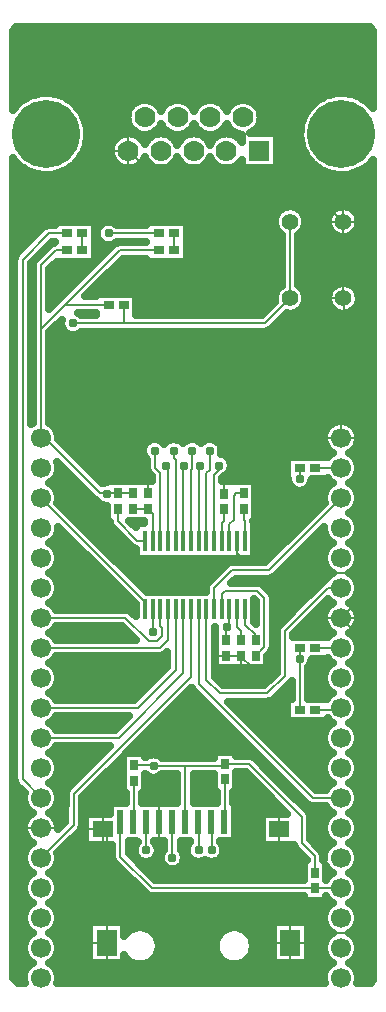
<source format=gbr>
G04 DipTrace 3.3.1.3*
G04 Top.gbr*
%MOIN*%
G04 #@! TF.FileFunction,Copper,L1,Top*
G04 #@! TF.Part,Single*
G04 #@! TA.AperFunction,CopperBalancing*
%ADD13C,0.007874*%
%ADD14C,0.025*%
%ADD16R,0.027559X0.035433*%
%ADD17R,0.035433X0.027559*%
G04 #@! TA.AperFunction,ComponentPad*
%ADD18R,0.07X0.07*%
%ADD19C,0.07*%
%ADD20C,0.22626*%
%ADD21C,0.055118*%
%ADD23R,0.023622X0.07874*%
%ADD24R,0.068898X0.057087*%
%ADD25R,0.068898X0.088583*%
G04 #@! TA.AperFunction,ComponentPad*
%ADD29C,0.066929*%
%ADD30R,0.015748X0.070866*%
G04 #@! TA.AperFunction,ViaPad*
%ADD34C,0.031*%
%FSLAX26Y26*%
G04*
G70*
G90*
G75*
G01*
G04 Top*
%LPD*%
X774196Y2058659D2*
D13*
X824196D1*
X827944Y1151987D2*
X891666D1*
X893702Y1149951D1*
X999873D1*
X1124953D1*
X1131202Y1156200D1*
X999873Y962516D2*
Y1149951D1*
X1381202Y1543700D2*
Y1506200D1*
Y1337449D1*
Y2106200D2*
Y2143700D1*
X1381201D1*
X1134824Y1568764D2*
Y1609822D1*
X1137453Y1612451D1*
X1146589Y1672035D2*
Y1621587D1*
X1137453Y1612451D1*
X518702Y2243700D2*
X531202D1*
X716243Y2058659D1*
X737453D1*
X774196D1*
X737453Y2056200D2*
Y2058659D1*
X1431202Y793700D2*
Y849949D1*
X1387452Y893700D1*
Y981200D1*
X1212452Y1156200D1*
X1131202D1*
X518702Y2243700D2*
Y2606199D1*
X599953Y2687449D1*
X781204Y2868700D1*
X911272D1*
X518702Y2606199D2*
Y2818700D1*
X568702Y2868700D1*
X605021D1*
X743702Y2687449D2*
X599953D1*
X656202Y2924951D2*
Y2868700D1*
X967456Y1900381D2*
Y2169737D1*
X960288Y2176905D1*
Y2200804D1*
X961357D1*
X827944Y1100806D2*
Y963815D1*
X826645Y962516D1*
X1131202Y1105019D2*
Y963924D1*
X1129794Y962516D1*
X1095408Y1900381D2*
Y2120896D1*
X1112453Y2137940D1*
Y2151229D1*
X1044227Y1900381D2*
Y2151229D1*
X1049953D1*
X993046Y1900381D2*
Y2150573D1*
X993702Y2151229D1*
X737735Y560833D2*
Y666108D1*
Y925441D1*
X724243Y938934D1*
X1518702Y1643700D2*
X1568702Y1693700D1*
Y1762451D1*
X1537453Y1793700D1*
X1468702D1*
X1299952Y1624949D1*
Y1518699D1*
X1256202Y1474949D1*
X1224953D1*
X1182319Y1517583D1*
X1184824D1*
X1134824D2*
X1184824D1*
X1128456Y2057478D2*
Y2090953D1*
X1238214Y2200712D1*
X1281202Y2243700D1*
X1518702D1*
X1172180Y1900381D2*
Y1858973D1*
X1187453Y1843700D1*
X1218702D1*
X1238214Y1863212D1*
Y2200712D1*
X874196Y2058659D2*
Y2125708D1*
X862453Y2137451D1*
Y2218700D1*
X887453Y2243700D1*
X1281202D1*
X913259Y962516D2*
Y849142D1*
X962452Y799949D1*
X1099953D1*
X1231202D1*
X1313042Y881789D1*
Y938582D1*
X1099953Y799949D2*
D3*
X1349353Y560697D2*
Y625549D1*
X1308794Y666108D1*
X737735D1*
Y560833D2*
Y480917D1*
X781202Y437449D1*
X1306202D1*
X1349353Y480600D1*
Y560697D1*
X1416949D1*
X1449952Y593700D1*
X1543702D1*
X1568702Y618700D1*
Y1593700D1*
X1518702Y1643700D1*
Y2243700D2*
Y2468923D1*
X1526996Y2477217D1*
Y2709443D1*
X1526036Y2708482D1*
Y2964388D1*
X809726Y3200283D2*
X812120D1*
X968702Y3043700D1*
X1341383D1*
X1446723D1*
X1526036Y2964388D1*
X809726Y3200283D2*
Y3373941D1*
X842149Y3406364D1*
X1290616D1*
X1341383Y3355596D1*
Y3043700D1*
X605021Y2924951D2*
X544435D1*
X457484Y2838001D1*
Y1104918D1*
X518702Y1043700D1*
X1018637Y1672035D2*
Y1447330D1*
X627562Y1056255D1*
Y952560D1*
X518702Y843700D1*
X743702Y2924951D2*
X911272Y2924949D1*
X783337Y962516D2*
Y847815D1*
X888634Y742519D1*
X1431202D1*
X1517521D1*
X1518702Y743700D1*
X956202Y843700D2*
Y962153D1*
X956566Y962516D1*
X1432383Y1543700D2*
X1518702D1*
X868702Y868700D2*
Y961267D1*
X869952Y962516D1*
X1069818Y1672035D2*
Y1435772D1*
X1114037Y1391553D1*
X1272806D1*
X1331202Y1449949D1*
Y1599949D1*
X1474953Y1743700D1*
X1518702D1*
X1095408Y1672035D2*
Y1741657D1*
X1155853Y1802102D1*
X1277104D1*
X1518702Y2043700D1*
X1432382Y2143700D2*
X1518702D1*
X1043702Y868700D2*
Y961994D1*
X1043180Y962516D1*
X967456Y1672035D2*
Y1469754D1*
X841402Y1343700D1*
X518702D1*
X993046Y1672035D2*
Y1459256D1*
X777490Y1243700D1*
X518702D1*
X916274Y1672035D2*
Y1616011D1*
X921688Y1610598D1*
Y1583344D1*
X904731Y1566388D1*
X877242D1*
X799929Y1643700D1*
X518702D1*
X941865Y1672035D2*
Y1570960D1*
X914605Y1543700D1*
X518702D1*
X865093Y1672027D2*
Y1697309D1*
X518702Y2043700D1*
X624952Y2624949D2*
X794883D1*
X1265337D1*
X1348870Y2708482D1*
Y2964388D1*
X794883Y2687449D2*
Y2624949D1*
X1044227Y1672035D2*
Y1423350D1*
X1423877Y1043700D1*
X1518702D1*
X1432383Y1337449D2*
X1512452D1*
X1518702Y1343700D1*
X1087453Y868700D2*
Y961550D1*
X1086487Y962516D1*
X1197771Y1900381D2*
Y1964880D1*
X1193702Y1968948D1*
Y2007478D1*
Y2058659D2*
X1169914D1*
X1160268Y2049014D1*
Y1969738D1*
X1146589Y1956060D1*
Y1900381D1*
X1234198Y1568478D2*
Y1584953D1*
X1197771Y1621381D1*
Y1672035D1*
X1120999D2*
Y1721783D1*
X1132500Y1733284D1*
X1239755D1*
X1263071Y1709968D1*
Y1546170D1*
X1234198Y1517297D1*
X774196Y2007478D2*
Y1966096D1*
X839911Y1900381D1*
X865093D1*
X1172180Y1672035D2*
Y1611665D1*
X1184824Y1599020D1*
Y1568764D1*
X1120999Y1900381D2*
Y1959781D1*
X1128456Y1967238D1*
Y2006297D1*
X890684Y1900381D2*
Y1990990D1*
X874196Y2007478D1*
X824196D1*
X890956Y1596763D2*
Y1671763D1*
X890684Y1672035D1*
X916274Y1900381D2*
Y2127377D1*
X899952Y2143700D1*
Y2201229D1*
X897617D1*
X941865Y1900381D2*
Y2151229D1*
X935330D1*
X1069818Y1900381D2*
Y2126065D1*
X1081202Y2137449D1*
Y2201229D1*
X1018637Y1900381D2*
Y2137384D1*
X1021201Y2139948D1*
Y2194978D1*
X1021879D1*
Y2201229D1*
X962453Y2924949D2*
Y2868700D1*
D34*
X897617Y2201229D3*
X935330Y2151229D3*
X961357Y2200804D3*
X993702Y2151229D3*
X1021879Y2201229D3*
X1049953Y2151229D3*
X1081202Y2201229D3*
X1112453Y2151229D3*
X890956Y1596763D3*
X1087453Y868700D3*
X1043702D3*
X956202Y843700D3*
X893702Y1149951D3*
X868702Y868700D3*
X1381202Y1506200D3*
Y2106200D3*
X1137453Y1612451D3*
X737453Y2056200D3*
X1099953Y799949D3*
X743702Y2924951D3*
X624952Y2624949D3*
X427471Y3587582D2*
D14*
X1622438D1*
X427471Y3562713D2*
X1622438D1*
X427471Y3537844D2*
X1622438D1*
X427471Y3512976D2*
X1622438D1*
X427471Y3488107D2*
X1622438D1*
X427471Y3463238D2*
X1622438D1*
X427471Y3438369D2*
X1622438D1*
X427471Y3413501D2*
X1622438D1*
X427471Y3388632D2*
X499299D1*
X572156D2*
X1483315D1*
X1556172D2*
X1622438D1*
X427471Y3363763D2*
X448882D1*
X622573D2*
X834457D1*
X895006D2*
X943438D1*
X1004022D2*
X1052454D1*
X1113002D2*
X1161470D1*
X1222019D2*
X1432898D1*
X1606589D2*
X1622438D1*
X647046Y3338894D2*
X810128D1*
X1246312D2*
X1408425D1*
X662046Y3314025D2*
X803740D1*
X1252700D2*
X1393425D1*
X670837Y3289157D2*
X808477D1*
X1247963D2*
X1384634D1*
X674605Y3264288D2*
X828788D1*
X900676D2*
X937768D1*
X1009692D2*
X1046784D1*
X1118672D2*
X1155764D1*
X1227688D2*
X1380830D1*
X673816Y3239419D2*
X763730D1*
X855713D2*
X872746D1*
X964693D2*
X981762D1*
X1073709D2*
X1090742D1*
X1306741D2*
X1381655D1*
X668326Y3214550D2*
X750488D1*
X1306741D2*
X1387145D1*
X657524Y3189682D2*
X749699D1*
X1306741D2*
X1397947D1*
X639726Y3164813D2*
X760715D1*
X858763D2*
X869696D1*
X967743D2*
X978712D1*
X1076759D2*
X1087728D1*
X1306741D2*
X1415745D1*
X427471Y3139944D2*
X461585D1*
X609870D2*
X1445601D1*
X1593886D2*
X1622438D1*
X427471Y3115075D2*
X1622438D1*
X427471Y3090207D2*
X1622438D1*
X427471Y3065338D2*
X1622438D1*
X427471Y3040469D2*
X1622438D1*
X427471Y3015600D2*
X1622438D1*
X427471Y2990731D2*
X1302638D1*
X1395124D2*
X1479798D1*
X1572284D2*
X1622438D1*
X427471Y2965863D2*
X1295318D1*
X1402408D2*
X1472514D1*
X1579569D2*
X1622438D1*
X427471Y2940994D2*
X519179D1*
X1006175D2*
X1300988D1*
X1396739D2*
X1478148D1*
X1573935D2*
X1622438D1*
X427471Y2916125D2*
X494311D1*
X1006175D2*
X1318930D1*
X1378797D2*
X1506855D1*
X1545192D2*
X1622438D1*
X427471Y2891256D2*
X469443D1*
X699904D2*
X721566D1*
X1006175D2*
X1318930D1*
X1378797D2*
X1622438D1*
X427471Y2866388D2*
X444576D1*
X699904D2*
X737606D1*
X1006175D2*
X1318930D1*
X1378797D2*
X1622438D1*
X699904Y2841519D2*
X712738D1*
X1006175D2*
X1318930D1*
X1378797D2*
X1622438D1*
X557946Y2816650D2*
X687834D1*
X770452D2*
X1318930D1*
X1378797D2*
X1622438D1*
X548652Y2791781D2*
X662967D1*
X745584D2*
X1318930D1*
X1378797D2*
X1622438D1*
X548652Y2766913D2*
X638099D1*
X720716D2*
X1318930D1*
X1378797D2*
X1622438D1*
X548652Y2742044D2*
X613231D1*
X695849D2*
X1307877D1*
X1389849D2*
X1485073D1*
X1567009D2*
X1622438D1*
X548652Y2717175D2*
X588363D1*
X670981D2*
X699999D1*
X838596D2*
X1296071D1*
X1401691D2*
X1473232D1*
X1578851D2*
X1622438D1*
X548652Y2692306D2*
X563496D1*
X838596D2*
X1291406D1*
X1399789D2*
X1474954D1*
X1577451D2*
X1622438D1*
X838596Y2667438D2*
X1266539D1*
X1381739D2*
X1492681D1*
X1559761D2*
X1622438D1*
X1324253Y2642569D2*
X1622438D1*
X571510Y2617700D2*
X584129D1*
X1299385D2*
X1622438D1*
X548652Y2592831D2*
X600313D1*
X649558D2*
X1622438D1*
X548652Y2567962D2*
X1622438D1*
X548652Y2543094D2*
X1622438D1*
X548652Y2518225D2*
X1622438D1*
X548652Y2493356D2*
X1622438D1*
X548652Y2468487D2*
X1622438D1*
X548652Y2443619D2*
X1622438D1*
X548652Y2418750D2*
X1622438D1*
X548652Y2393881D2*
X1622438D1*
X548652Y2369012D2*
X1622438D1*
X548652Y2344144D2*
X1622438D1*
X548652Y2319275D2*
X1622438D1*
X548652Y2294406D2*
X1490241D1*
X1547165D2*
X1622438D1*
X571977Y2269537D2*
X1465445D1*
X1571961D2*
X1622438D1*
X578149Y2244669D2*
X1459237D1*
X1578169D2*
X1622438D1*
X596414Y2219800D2*
X860832D1*
X1117990D2*
X1464512D1*
X1572894D2*
X1622438D1*
X621281Y2194931D2*
X856634D1*
X1122189D2*
X1486760D1*
X1550646D2*
X1622438D1*
X646149Y2170062D2*
X870018D1*
X1149102D2*
X1337482D1*
X1571710D2*
X1622438D1*
X578149Y2145193D2*
X588399D1*
X671017D2*
X870018D1*
X1153480D2*
X1337482D1*
X1578133D2*
X1622438D1*
X573161Y2120325D2*
X613267D1*
X695885D2*
X882040D1*
X1138731D2*
X1337482D1*
X1573145D2*
X1622438D1*
X551487Y2095456D2*
X638135D1*
X720752D2*
X734412D1*
X1233466D2*
X1341214D1*
X1421176D2*
X1485899D1*
X1551507D2*
X1622438D1*
X571438Y2070587D2*
X663003D1*
X1233466D2*
X1362816D1*
X1399609D2*
X1465983D1*
X1571423D2*
X1622438D1*
X578149Y2045718D2*
X687870D1*
X1233466D2*
X1459273D1*
X1578133D2*
X1622438D1*
X582849Y2020850D2*
X718480D1*
X1233466D2*
X1454536D1*
X1573397D2*
X1622438D1*
X607717Y1995981D2*
X734412D1*
X1233466D2*
X1429668D1*
X1552297D2*
X1622438D1*
X632585Y1971112D2*
X734412D1*
X1233466D2*
X1404801D1*
X1571136D2*
X1622438D1*
X657453Y1946243D2*
X752749D1*
X1231636D2*
X1379933D1*
X1578097D2*
X1622438D1*
X573627Y1921375D2*
X599739D1*
X682320D2*
X777617D1*
X1231636D2*
X1355065D1*
X1437683D2*
X1463794D1*
X1573612D2*
X1622438D1*
X553101Y1896506D2*
X624607D1*
X707188D2*
X802484D1*
X1231636D2*
X1330197D1*
X1412815D2*
X1484284D1*
X1553086D2*
X1622438D1*
X570828Y1871637D2*
X649474D1*
X732056D2*
X831228D1*
X1231636D2*
X1305330D1*
X1387947D2*
X1466557D1*
X1570849D2*
X1622438D1*
X578077Y1846768D2*
X674342D1*
X756924D2*
X831228D1*
X1231636D2*
X1280462D1*
X1363079D2*
X1459309D1*
X1578097D2*
X1622438D1*
X573843Y1821899D2*
X699210D1*
X781791D2*
X1134341D1*
X1338212D2*
X1463579D1*
X1573827D2*
X1622438D1*
X553855Y1797031D2*
X724077D1*
X806659D2*
X1109474D1*
X1313344D2*
X1483530D1*
X1553876D2*
X1622438D1*
X570541Y1772162D2*
X748945D1*
X831527D2*
X1084606D1*
X1167223D2*
X1466844D1*
X1570562D2*
X1622438D1*
X578041Y1747293D2*
X773813D1*
X856395D2*
X1066054D1*
X1267053D2*
X1437240D1*
X1578061D2*
X1622438D1*
X574058Y1722424D2*
X798681D1*
X1290019D2*
X1412372D1*
X1574042D2*
X1622438D1*
X554609Y1697556D2*
X823548D1*
X1292997D2*
X1387504D1*
X1470122D2*
X1482813D1*
X1554593D2*
X1622438D1*
X570254Y1672687D2*
X831228D1*
X1292997D2*
X1362637D1*
X1445254D2*
X1467167D1*
X1570239D2*
X1622438D1*
X1292997Y1647818D2*
X1337769D1*
X1420386D2*
X1459380D1*
X1578026D2*
X1622438D1*
X1292997Y1622949D2*
X1312901D1*
X1395519D2*
X1463148D1*
X1574258D2*
X1622438D1*
X555326Y1598081D2*
X804243D1*
X1292997D2*
X1301246D1*
X1370651D2*
X1482095D1*
X1555311D2*
X1622438D1*
X569931Y1573212D2*
X829111D1*
X1292997D2*
X1301246D1*
X1569916D2*
X1622438D1*
X1292997Y1548343D2*
X1301246D1*
X1577990D2*
X1622438D1*
X1281694Y1523474D2*
X1301275D1*
X1574473D2*
X1622438D1*
X556008Y1498606D2*
X937517D1*
X1273979D2*
X1301275D1*
X1421965D2*
X1481413D1*
X1555993D2*
X1622438D1*
X569608Y1473737D2*
X930124D1*
X1099761D2*
X1301275D1*
X1411128D2*
X1467813D1*
X1569593D2*
X1622438D1*
X577933Y1448868D2*
X905257D1*
X1099761D2*
X1288823D1*
X1411128D2*
X1459488D1*
X1577918D2*
X1622438D1*
X574668Y1423999D2*
X880389D1*
X1122906D2*
X1263955D1*
X1411128D2*
X1462753D1*
X1574652D2*
X1622438D1*
X556690Y1399130D2*
X855521D1*
X1011737D2*
X1027155D1*
X1321669D2*
X1351261D1*
X1411128D2*
X1480731D1*
X1556674D2*
X1622438D1*
X569285Y1374262D2*
X830654D1*
X986869D2*
X1052023D1*
X1296801D2*
X1337482D1*
X1569270D2*
X1622438D1*
X962002Y1349393D2*
X1076891D1*
X1159472D2*
X1337482D1*
X1577882D2*
X1622438D1*
X937134Y1324524D2*
X1101759D1*
X1184340D2*
X1337482D1*
X1574832D2*
X1622438D1*
X557336Y1299655D2*
X792150D1*
X912266D2*
X1126626D1*
X1209208D2*
X1480086D1*
X1557320D2*
X1622438D1*
X568926Y1274787D2*
X767282D1*
X887399D2*
X1151494D1*
X1234076D2*
X1468459D1*
X1568947D2*
X1622438D1*
X862531Y1249918D2*
X1176362D1*
X1258943D2*
X1459596D1*
X1577810D2*
X1622438D1*
X837663Y1225049D2*
X1201230D1*
X1283847D2*
X1462395D1*
X1575011D2*
X1622438D1*
X557946Y1200180D2*
X730178D1*
X812795D2*
X1226097D1*
X1308715D2*
X1479440D1*
X1557966D2*
X1622438D1*
X568603Y1175312D2*
X705310D1*
X1234650D2*
X1250965D1*
X1333582D2*
X1468818D1*
X1568588D2*
X1622438D1*
X577754Y1150443D2*
X680442D1*
X763060D2*
X788167D1*
X1259518D2*
X1275833D1*
X1358450D2*
X1459632D1*
X1577774D2*
X1622438D1*
X575206Y1125574D2*
X655575D1*
X738192D2*
X788167D1*
X1170991D2*
X1201768D1*
X1284385D2*
X1300700D1*
X1383318D2*
X1462215D1*
X1575191D2*
X1622438D1*
X558556Y1100705D2*
X630707D1*
X713324D2*
X788167D1*
X867734D2*
X969920D1*
X1029823D2*
X1091424D1*
X1170991D2*
X1226636D1*
X1309253D2*
X1325568D1*
X1408186D2*
X1478830D1*
X1558576D2*
X1622438D1*
X427471Y1075836D2*
X445257D1*
X568245D2*
X605839D1*
X688457D2*
X788167D1*
X867734D2*
X969920D1*
X1029823D2*
X1091424D1*
X1170991D2*
X1251503D1*
X1334121D2*
X1350436D1*
X1433053D2*
X1469177D1*
X1568229D2*
X1622438D1*
X427471Y1050968D2*
X459719D1*
X577718D2*
X597622D1*
X663589D2*
X797999D1*
X857866D2*
X969920D1*
X1029823D2*
X1101256D1*
X1161123D2*
X1276371D1*
X1358988D2*
X1375304D1*
X1577703D2*
X1622438D1*
X427471Y1026099D2*
X462015D1*
X575386D2*
X597622D1*
X657489D2*
X797999D1*
X857866D2*
X969920D1*
X1029823D2*
X1101256D1*
X1161123D2*
X1301239D1*
X1383856D2*
X1400171D1*
X1575370D2*
X1622438D1*
X427471Y1001230D2*
X478235D1*
X559166D2*
X597622D1*
X657489D2*
X745536D1*
X1167618D2*
X1326106D1*
X1408724D2*
X1478255D1*
X1559150D2*
X1622438D1*
X427471Y976361D2*
X469515D1*
X567886D2*
X597622D1*
X1167618D2*
X1252580D1*
X1417372D2*
X1469536D1*
X1567870D2*
X1622438D1*
X427471Y951493D2*
X459790D1*
X577646D2*
X585172D1*
X1167618D2*
X1252185D1*
X1417372D2*
X1459775D1*
X1577631D2*
X1622438D1*
X427471Y926624D2*
X461872D1*
X642920D2*
X663792D1*
X1167618D2*
X1252185D1*
X1417372D2*
X1461856D1*
X1575550D2*
X1622438D1*
X427471Y901755D2*
X477661D1*
X618052D2*
X663792D1*
X1167618D2*
X1252580D1*
X1420709D2*
X1477645D1*
X1559761D2*
X1622438D1*
X427471Y876886D2*
X469910D1*
X593184D2*
X753395D1*
X813262D2*
X828070D1*
X909324D2*
X926249D1*
X986152D2*
X1003077D1*
X1128074D2*
X1363283D1*
X1445577D2*
X1469894D1*
X1567512D2*
X1622438D1*
X427471Y852018D2*
X459862D1*
X577539D2*
X753395D1*
X820439D2*
X830941D1*
X906453D2*
X915617D1*
X996809D2*
X1005948D1*
X1125203D2*
X1387827D1*
X1577559D2*
X1622438D1*
X427471Y827149D2*
X461692D1*
X575708D2*
X762689D1*
X845306D2*
X918390D1*
X994010D2*
X1391416D1*
X1575693D2*
X1622438D1*
X427471Y802280D2*
X477087D1*
X560314D2*
X787557D1*
X870174D2*
X1391416D1*
X1560299D2*
X1622438D1*
X427471Y777411D2*
X470269D1*
X567132D2*
X812424D1*
X895042D2*
X1391416D1*
X1567117D2*
X1622438D1*
X427471Y752543D2*
X459934D1*
X577467D2*
X837292D1*
X1577487D2*
X1622438D1*
X427471Y727674D2*
X461549D1*
X575852D2*
X862160D1*
X1575873D2*
X1622438D1*
X427471Y702805D2*
X476548D1*
X560852D2*
X1391416D1*
X1560873D2*
X1622438D1*
X427471Y677936D2*
X470663D1*
X566737D2*
X1470684D1*
X1566722D2*
X1622438D1*
X427471Y653067D2*
X460006D1*
X577395D2*
X1460026D1*
X1577380D2*
X1622438D1*
X427471Y628199D2*
X461405D1*
X576031D2*
X677285D1*
X798190D2*
X1288895D1*
X1409801D2*
X1461390D1*
X1576016D2*
X1622438D1*
X427471Y603330D2*
X476010D1*
X561391D2*
X677285D1*
X798190D2*
X814183D1*
X882949D2*
X1128636D1*
X1197402D2*
X1288895D1*
X1409801D2*
X1475995D1*
X1561375D2*
X1622438D1*
X427471Y578461D2*
X471058D1*
X566343D2*
X677285D1*
X906166D2*
X1105455D1*
X1220619D2*
X1288895D1*
X1409801D2*
X1471079D1*
X1566327D2*
X1622438D1*
X427471Y553592D2*
X460113D1*
X577287D2*
X677285D1*
X912840D2*
X1098780D1*
X1227294D2*
X1288895D1*
X1409801D2*
X1460098D1*
X1577308D2*
X1622438D1*
X427471Y528724D2*
X461226D1*
X576175D2*
X677285D1*
X909001D2*
X1102584D1*
X1223454D2*
X1288895D1*
X1409801D2*
X1461246D1*
X1576160D2*
X1622438D1*
X427471Y503855D2*
X475508D1*
X561929D2*
X677285D1*
X891848D2*
X1119737D1*
X1206301D2*
X1288895D1*
X1409801D2*
X1475492D1*
X1561914D2*
X1622438D1*
X427471Y478986D2*
X471489D1*
X565912D2*
X1471473D1*
X1565933D2*
X1622438D1*
X427471Y454117D2*
X460185D1*
X577216D2*
X1460206D1*
X1577200D2*
X1622438D1*
X440820Y429249D2*
X461118D1*
X576319D2*
X1461103D1*
X1576303D2*
X1618634D1*
X1230982Y2017440D2*
Y1966262D1*
X1225204D1*
X1225207Y1964871D1*
X1229145Y1959314D1*
Y1841448D1*
X833719D1*
X833506Y1873702D1*
X829411Y1875032D1*
X825575Y1876987D1*
X822092Y1879518D1*
X754795Y1946695D1*
X751999Y1949969D1*
X749749Y1953640D1*
X748101Y1957618D1*
X747096Y1961804D1*
X746759Y1966105D1*
X736916Y1966261D1*
Y2017181D1*
X731352Y2017680D1*
X725401Y2019109D1*
X719747Y2021451D1*
X714529Y2024648D1*
X709876Y2028623D1*
X705743Y2033311D1*
X701907Y2035265D1*
X698424Y2037796D1*
X625389Y2110711D1*
X571825Y2164276D1*
X574093Y2156998D1*
X575491Y2148169D1*
Y2139231D1*
X574093Y2130402D1*
X571331Y2121901D1*
X567273Y2113936D1*
X562019Y2106704D1*
X555698Y2100384D1*
X548466Y2095130D1*
X545951Y2093721D1*
X552185Y2089785D1*
X558982Y2083980D1*
X564788Y2077183D1*
X569458Y2069561D1*
X572879Y2061303D1*
X574966Y2052611D1*
X575667Y2043700D1*
X574966Y2034789D1*
X573367Y2027829D1*
X870223Y1730981D1*
X973239Y1730932D1*
X1050011D1*
X1067936Y1730968D1*
X1068056Y1743809D1*
X1068729Y1748062D1*
X1070060Y1752156D1*
X1072014Y1755993D1*
X1074545Y1759476D1*
X1136452Y1821503D1*
X1139726Y1824299D1*
X1143397Y1826548D1*
X1147375Y1828196D1*
X1151561Y1829201D1*
X1155853Y1829539D1*
X1265766D1*
X1464019Y2027818D1*
X1462439Y2034789D1*
X1461738Y2043700D1*
X1462439Y2052611D1*
X1464526Y2061303D1*
X1467947Y2069561D1*
X1472617Y2077183D1*
X1478422Y2083980D1*
X1485219Y2089785D1*
X1491454Y2093679D1*
X1485219Y2097615D1*
X1478422Y2103420D1*
X1473601Y2108968D1*
X1473599Y2106420D1*
X1420202Y2106200D1*
X1419722Y2100099D1*
X1418294Y2094148D1*
X1415952Y2088494D1*
X1412754Y2083276D1*
X1408779Y2078623D1*
X1404126Y2074648D1*
X1398908Y2071451D1*
X1393254Y2069109D1*
X1387303Y2067680D1*
X1381202Y2067200D1*
X1375101Y2067680D1*
X1369151Y2069109D1*
X1363497Y2071451D1*
X1358279Y2074648D1*
X1353625Y2078623D1*
X1349651Y2083276D1*
X1346453Y2088494D1*
X1344111Y2094148D1*
X1342682Y2100099D1*
X1342211Y2106427D1*
X1339985Y2106420D1*
Y2180979D1*
X1473599Y2180980D1*
Y2178504D1*
X1478422Y2183980D1*
X1485219Y2189785D1*
X1491454Y2193679D1*
X1485493Y2197417D1*
X1479814Y2202074D1*
X1474782Y2207423D1*
X1470480Y2213375D1*
X1466979Y2219831D1*
X1464339Y2226684D1*
X1462601Y2233820D1*
X1461796Y2241119D1*
X1461937Y2248462D1*
X1463022Y2255725D1*
X1465031Y2262789D1*
X1467933Y2269535D1*
X1471679Y2275852D1*
X1476206Y2281635D1*
X1481440Y2286787D1*
X1487293Y2291223D1*
X1493668Y2294869D1*
X1500459Y2297664D1*
X1507553Y2299563D1*
X1514833Y2300533D1*
X1522177Y2300558D1*
X1529463Y2299639D1*
X1536570Y2297790D1*
X1543381Y2295041D1*
X1549781Y2291440D1*
X1555665Y2287045D1*
X1560934Y2281929D1*
X1565501Y2276178D1*
X1569291Y2269887D1*
X1572239Y2263161D1*
X1574298Y2256112D1*
X1575433Y2248856D1*
X1575637Y2241863D1*
X1574928Y2234553D1*
X1573284Y2227396D1*
X1570733Y2220509D1*
X1567317Y2214008D1*
X1563093Y2208000D1*
X1558131Y2202586D1*
X1552514Y2197855D1*
X1545986Y2193700D1*
X1552185Y2189785D1*
X1558982Y2183980D1*
X1564788Y2177183D1*
X1569458Y2169561D1*
X1572879Y2161303D1*
X1574966Y2152611D1*
X1575667Y2143700D1*
X1574966Y2134789D1*
X1572879Y2126097D1*
X1569458Y2117839D1*
X1564788Y2110217D1*
X1558982Y2103420D1*
X1552185Y2097615D1*
X1545951Y2093721D1*
X1552185Y2089785D1*
X1558982Y2083980D1*
X1564788Y2077183D1*
X1569458Y2069561D1*
X1572879Y2061303D1*
X1574966Y2052611D1*
X1575667Y2043700D1*
X1574966Y2034789D1*
X1572879Y2026097D1*
X1569458Y2017839D1*
X1564788Y2010217D1*
X1558982Y2003420D1*
X1552185Y1997615D1*
X1545951Y1993721D1*
X1552185Y1989785D1*
X1558982Y1983980D1*
X1564788Y1977183D1*
X1569458Y1969561D1*
X1572879Y1961303D1*
X1574966Y1952611D1*
X1575667Y1943700D1*
X1574966Y1934789D1*
X1572879Y1926097D1*
X1569458Y1917839D1*
X1564788Y1910217D1*
X1558982Y1903420D1*
X1552185Y1897615D1*
X1545951Y1893721D1*
X1552185Y1889785D1*
X1558982Y1883980D1*
X1564788Y1877183D1*
X1569458Y1869561D1*
X1572879Y1861303D1*
X1574966Y1852611D1*
X1575667Y1843700D1*
X1574966Y1834789D1*
X1572879Y1826097D1*
X1569458Y1817839D1*
X1564788Y1810217D1*
X1558982Y1803420D1*
X1552185Y1797615D1*
X1545951Y1793721D1*
X1552185Y1789785D1*
X1558982Y1783980D1*
X1564788Y1777183D1*
X1569458Y1769561D1*
X1572879Y1761303D1*
X1574966Y1752611D1*
X1575667Y1743700D1*
X1574966Y1734789D1*
X1572879Y1726097D1*
X1569458Y1717839D1*
X1564788Y1710217D1*
X1558982Y1703420D1*
X1552185Y1697615D1*
X1545951Y1693721D1*
X1551304Y1690413D1*
X1557043Y1685830D1*
X1562145Y1680547D1*
X1566524Y1674652D1*
X1570109Y1668242D1*
X1572839Y1661425D1*
X1574670Y1654312D1*
X1575570Y1647024D1*
X1575548Y1640028D1*
X1574604Y1632745D1*
X1572730Y1625644D1*
X1569958Y1618843D1*
X1566334Y1612456D1*
X1561918Y1606587D1*
X1556784Y1601336D1*
X1551018Y1596789D1*
X1545986Y1593700D1*
X1552185Y1589785D1*
X1558982Y1583980D1*
X1564788Y1577183D1*
X1569458Y1569561D1*
X1572879Y1561303D1*
X1574966Y1552611D1*
X1575667Y1543700D1*
X1574966Y1534789D1*
X1572879Y1526097D1*
X1569458Y1517839D1*
X1564788Y1510217D1*
X1558982Y1503420D1*
X1552185Y1497615D1*
X1545951Y1493721D1*
X1552185Y1489785D1*
X1558982Y1483980D1*
X1564788Y1477183D1*
X1569458Y1469561D1*
X1572879Y1461303D1*
X1574966Y1452611D1*
X1575667Y1443700D1*
X1574966Y1434789D1*
X1572879Y1426097D1*
X1569458Y1417839D1*
X1564788Y1410217D1*
X1558982Y1403420D1*
X1552185Y1397615D1*
X1545951Y1393721D1*
X1552185Y1389785D1*
X1558982Y1383980D1*
X1564788Y1377183D1*
X1569458Y1369561D1*
X1572879Y1361303D1*
X1574966Y1352611D1*
X1575667Y1343700D1*
X1574966Y1334789D1*
X1572879Y1326097D1*
X1569458Y1317839D1*
X1564788Y1310217D1*
X1558982Y1303420D1*
X1552185Y1297615D1*
X1545951Y1293721D1*
X1552185Y1289785D1*
X1558982Y1283980D1*
X1564788Y1277183D1*
X1569458Y1269561D1*
X1572879Y1261303D1*
X1574966Y1252611D1*
X1575667Y1243700D1*
X1574966Y1234789D1*
X1572879Y1226097D1*
X1569458Y1217839D1*
X1564788Y1210217D1*
X1558982Y1203420D1*
X1552185Y1197615D1*
X1545951Y1193721D1*
X1552185Y1189785D1*
X1558982Y1183980D1*
X1564788Y1177183D1*
X1569458Y1169561D1*
X1572879Y1161303D1*
X1574966Y1152611D1*
X1575667Y1143700D1*
X1574966Y1134789D1*
X1572879Y1126097D1*
X1569458Y1117839D1*
X1564788Y1110217D1*
X1558982Y1103420D1*
X1552185Y1097615D1*
X1545951Y1093721D1*
X1552185Y1089785D1*
X1558982Y1083980D1*
X1564788Y1077183D1*
X1569458Y1069561D1*
X1572879Y1061303D1*
X1574966Y1052611D1*
X1575667Y1043700D1*
X1574966Y1034789D1*
X1572879Y1026097D1*
X1569458Y1017839D1*
X1564788Y1010217D1*
X1558982Y1003420D1*
X1552185Y997615D1*
X1545951Y993721D1*
X1552185Y989785D1*
X1558982Y983980D1*
X1564788Y977183D1*
X1569458Y969561D1*
X1572879Y961303D1*
X1574966Y952611D1*
X1575667Y943700D1*
X1574966Y934789D1*
X1572879Y926097D1*
X1569458Y917839D1*
X1564788Y910217D1*
X1558982Y903420D1*
X1552185Y897615D1*
X1545951Y893721D1*
X1552185Y889785D1*
X1558982Y883980D1*
X1564788Y877183D1*
X1569458Y869561D1*
X1572879Y861303D1*
X1574966Y852611D1*
X1575667Y843700D1*
X1574966Y834789D1*
X1572879Y826097D1*
X1569458Y817839D1*
X1564788Y810217D1*
X1558982Y803420D1*
X1552185Y797615D1*
X1545951Y793721D1*
X1552185Y789785D1*
X1558982Y783980D1*
X1564788Y777183D1*
X1569458Y769561D1*
X1572879Y761303D1*
X1574966Y752611D1*
X1575667Y743700D1*
X1574966Y734789D1*
X1572879Y726097D1*
X1569458Y717839D1*
X1564788Y710217D1*
X1558982Y703420D1*
X1552185Y697615D1*
X1545951Y693721D1*
X1552185Y689785D1*
X1558982Y683980D1*
X1564788Y677183D1*
X1569458Y669561D1*
X1572879Y661303D1*
X1574966Y652611D1*
X1575667Y643700D1*
X1574966Y634789D1*
X1572879Y626097D1*
X1569458Y617839D1*
X1564788Y610217D1*
X1558982Y603420D1*
X1552185Y597615D1*
X1545951Y593721D1*
X1552185Y589785D1*
X1558982Y583980D1*
X1564788Y577183D1*
X1569458Y569561D1*
X1572879Y561303D1*
X1574966Y552611D1*
X1575667Y543700D1*
X1574966Y534789D1*
X1572879Y526097D1*
X1569458Y517839D1*
X1564788Y510217D1*
X1558982Y503420D1*
X1552185Y497615D1*
X1545951Y493721D1*
X1552185Y489785D1*
X1558982Y483980D1*
X1564788Y477183D1*
X1569458Y469561D1*
X1572879Y461303D1*
X1574966Y452611D1*
X1575667Y443700D1*
X1574966Y434789D1*
X1572879Y426097D1*
X1572449Y424933D1*
X1618294Y424949D1*
X1624949Y434981D1*
X1624952Y3169128D1*
X1614259Y3157621D1*
X1607417Y3151493D1*
X1600179Y3145839D1*
X1592577Y3140684D1*
X1584646Y3136052D1*
X1576422Y3131963D1*
X1567942Y3128436D1*
X1559244Y3125486D1*
X1550367Y3123127D1*
X1541352Y3121370D1*
X1532240Y3120223D1*
X1523070Y3119691D1*
X1513886Y3119776D1*
X1504728Y3120477D1*
X1495638Y3121793D1*
X1486657Y3123716D1*
X1477826Y3126238D1*
X1469184Y3129347D1*
X1460770Y3133031D1*
X1452623Y3137271D1*
X1444779Y3142049D1*
X1437274Y3147343D1*
X1430141Y3153130D1*
X1423413Y3159383D1*
X1417121Y3166073D1*
X1411292Y3173171D1*
X1405954Y3180645D1*
X1401129Y3188461D1*
X1396841Y3196583D1*
X1393108Y3204974D1*
X1389947Y3213598D1*
X1387373Y3222414D1*
X1385397Y3231384D1*
X1384027Y3240466D1*
X1383272Y3249619D1*
X1383132Y3258803D1*
X1383611Y3267975D1*
X1384704Y3277094D1*
X1386407Y3286120D1*
X1388713Y3295010D1*
X1391612Y3303725D1*
X1395089Y3312226D1*
X1399129Y3320475D1*
X1403714Y3328433D1*
X1408824Y3336065D1*
X1414435Y3343336D1*
X1420522Y3350214D1*
X1427057Y3356668D1*
X1434011Y3362668D1*
X1441352Y3368187D1*
X1449048Y3373201D1*
X1457063Y3377686D1*
X1465361Y3381623D1*
X1473905Y3384993D1*
X1482656Y3387781D1*
X1491575Y3389976D1*
X1500621Y3391566D1*
X1509753Y3392545D1*
X1518930Y3392908D1*
X1528111Y3392653D1*
X1537255Y3391783D1*
X1546319Y3390300D1*
X1555263Y3388211D1*
X1564046Y3385526D1*
X1572630Y3382258D1*
X1580974Y3378419D1*
X1589041Y3374029D1*
X1596796Y3369107D1*
X1604202Y3363675D1*
X1611226Y3357758D1*
X1617837Y3351382D1*
X1624962Y3343367D1*
X1624952Y3601004D1*
X1613530Y3612445D1*
X436354Y3612451D1*
X424959Y3601028D1*
X424953Y3336243D1*
X430419Y3343336D1*
X436506Y3350214D1*
X443041Y3356668D1*
X449995Y3362668D1*
X457336Y3368187D1*
X465032Y3373201D1*
X473047Y3377686D1*
X481345Y3381623D1*
X489889Y3384993D1*
X498640Y3387781D1*
X507559Y3389976D1*
X516605Y3391566D1*
X525737Y3392545D1*
X534915Y3392908D1*
X544096Y3392653D1*
X553239Y3391783D1*
X562303Y3390300D1*
X571247Y3388211D1*
X580031Y3385526D1*
X588614Y3382258D1*
X596958Y3378419D1*
X605026Y3374029D1*
X612780Y3369107D1*
X620186Y3363675D1*
X627211Y3357758D1*
X633822Y3351382D1*
X639989Y3344577D1*
X645686Y3337372D1*
X650886Y3329801D1*
X655565Y3321898D1*
X659703Y3313698D1*
X663280Y3305239D1*
X666281Y3296558D1*
X668692Y3287696D1*
X670503Y3278691D1*
X671704Y3269586D1*
X672353Y3256280D1*
X672045Y3247101D1*
X671120Y3237963D1*
X669583Y3228907D1*
X667442Y3219976D1*
X664705Y3211209D1*
X661386Y3202645D1*
X657498Y3194323D1*
X653060Y3186282D1*
X648093Y3178557D1*
X642617Y3171183D1*
X636658Y3164194D1*
X630243Y3157621D1*
X623401Y3151493D1*
X616163Y3145839D1*
X608561Y3140684D1*
X600631Y3136052D1*
X592407Y3131963D1*
X583926Y3128436D1*
X575228Y3125486D1*
X566352Y3123127D1*
X557337Y3121370D1*
X548224Y3120223D1*
X539055Y3119691D1*
X529870Y3119776D1*
X520713Y3120477D1*
X511623Y3121793D1*
X502642Y3123716D1*
X493810Y3126238D1*
X485168Y3129347D1*
X476754Y3133031D1*
X468607Y3137271D1*
X460763Y3142049D1*
X453258Y3147343D1*
X446125Y3153130D1*
X439398Y3159383D1*
X433105Y3166073D1*
X424962Y3176412D1*
X424953Y442616D1*
X442609Y424971D1*
X464904Y424949D1*
X463312Y430402D1*
X461913Y439231D1*
Y448169D1*
X463312Y456998D1*
X466074Y465499D1*
X470132Y473464D1*
X475386Y480696D1*
X481707Y487016D1*
X488938Y492270D1*
X491454Y493679D1*
X485219Y497615D1*
X478422Y503420D1*
X472617Y510217D1*
X467947Y517839D1*
X464526Y526097D1*
X462439Y534789D1*
X461738Y543700D1*
X462439Y552611D1*
X464526Y561303D1*
X467947Y569561D1*
X472617Y577183D1*
X478422Y583980D1*
X485219Y589785D1*
X491454Y593679D1*
X485219Y597615D1*
X478422Y603420D1*
X472617Y610217D1*
X467947Y617839D1*
X464526Y626097D1*
X462439Y634789D1*
X461738Y643700D1*
X462439Y652611D1*
X464526Y661303D1*
X467947Y669561D1*
X472617Y677183D1*
X478422Y683980D1*
X485219Y689785D1*
X491454Y693679D1*
X485219Y697615D1*
X478422Y703420D1*
X472617Y710217D1*
X467947Y717839D1*
X464526Y726097D1*
X462439Y734789D1*
X461738Y743700D1*
X462439Y752611D1*
X464526Y761303D1*
X467947Y769561D1*
X472617Y777183D1*
X478422Y783980D1*
X485219Y789785D1*
X491454Y793679D1*
X485219Y797615D1*
X478422Y803420D1*
X472617Y810217D1*
X467947Y817839D1*
X464526Y826097D1*
X462439Y834789D1*
X461738Y843700D1*
X462439Y852611D1*
X464526Y861303D1*
X467947Y869561D1*
X472617Y877183D1*
X478422Y883980D1*
X485219Y889785D1*
X491454Y893679D1*
X485493Y897417D1*
X479814Y902074D1*
X474782Y907423D1*
X470480Y913375D1*
X466979Y919831D1*
X464339Y926684D1*
X462601Y933820D1*
X461796Y941119D1*
X461937Y948462D1*
X463022Y955725D1*
X465031Y962789D1*
X467933Y969535D1*
X471679Y975852D1*
X476206Y981635D1*
X481440Y986787D1*
X487293Y991223D1*
X491421Y993699D1*
X485219Y997615D1*
X478422Y1003420D1*
X472617Y1010217D1*
X467947Y1017839D1*
X464526Y1026097D1*
X462439Y1034789D1*
X461738Y1043700D1*
X462439Y1052611D1*
X464037Y1059571D1*
X436621Y1087099D1*
X434091Y1090582D1*
X432136Y1094418D1*
X430806Y1098513D1*
X430132Y1102765D1*
X430047Y1205968D1*
X430132Y2840153D1*
X430806Y2844406D1*
X432136Y2848500D1*
X434091Y2852336D1*
X436621Y2855819D1*
X509537Y2928854D1*
X526616Y2945814D1*
X530099Y2948345D1*
X533935Y2950299D1*
X538030Y2951630D1*
X542282Y2952303D1*
X563776Y2952388D1*
X563805Y2962230D1*
X697419D1*
Y2831420D1*
X570197D1*
X546160Y2807356D1*
X546139Y2672472D1*
X763385Y2889563D1*
X766868Y2892094D1*
X770704Y2894048D1*
X774799Y2895379D1*
X779051Y2896052D1*
X870089Y2896137D1*
X865340Y2897513D1*
X771279Y2897373D1*
X766626Y2893399D1*
X761408Y2890201D1*
X755754Y2887859D1*
X749803Y2886431D1*
X743702Y2885951D1*
X737601Y2886431D1*
X731651Y2887859D1*
X725997Y2890201D1*
X720779Y2893399D1*
X716125Y2897373D1*
X712151Y2902027D1*
X708953Y2907245D1*
X706611Y2912899D1*
X705182Y2918850D1*
X704702Y2924951D1*
X705182Y2931052D1*
X706611Y2937002D1*
X708953Y2942656D1*
X712151Y2947874D1*
X716125Y2952528D1*
X720779Y2956502D1*
X725997Y2959700D1*
X731651Y2962042D1*
X737601Y2963471D1*
X743702Y2963951D1*
X749803Y2963471D1*
X755754Y2962042D1*
X761408Y2959700D1*
X766626Y2956502D1*
X771401Y2952396D1*
X870051Y2952387D1*
X870056Y2962229D1*
X1003670D1*
Y2831420D1*
X870056D1*
Y2841288D1*
X792603Y2841263D1*
X666199Y2714893D1*
X702474Y2714886D1*
X702486Y2724729D1*
X836100D1*
Y2652422D1*
X1253950Y2652386D1*
X1299044Y2697458D1*
X1297969Y2704476D1*
Y2712488D1*
X1299222Y2720402D1*
X1301698Y2728022D1*
X1305335Y2735160D1*
X1310045Y2741642D1*
X1315710Y2747308D1*
X1321424Y2751504D1*
X1321433Y2921311D1*
X1315710Y2925562D1*
X1310045Y2931227D1*
X1305335Y2937709D1*
X1301698Y2944848D1*
X1299222Y2952468D1*
X1297969Y2960382D1*
Y2968394D1*
X1299222Y2976307D1*
X1301698Y2983927D1*
X1305335Y2991066D1*
X1310045Y2997548D1*
X1315710Y3003213D1*
X1322192Y3007923D1*
X1329331Y3011560D1*
X1336951Y3014036D1*
X1344864Y3015289D1*
X1352876D1*
X1360790Y3014036D1*
X1368410Y3011560D1*
X1375549Y3007923D1*
X1382030Y3003213D1*
X1387696Y2997548D1*
X1392405Y2991066D1*
X1396043Y2983927D1*
X1398519Y2976307D1*
X1399772Y2968394D1*
Y2960382D1*
X1398519Y2952468D1*
X1396043Y2944848D1*
X1392405Y2937709D1*
X1387696Y2931227D1*
X1382030Y2925562D1*
X1376317Y2921366D1*
X1376307Y2751559D1*
X1382030Y2747308D1*
X1387696Y2741642D1*
X1392405Y2735160D1*
X1396043Y2728022D1*
X1398519Y2720402D1*
X1399772Y2712488D1*
Y2704476D1*
X1398519Y2696563D1*
X1396043Y2688943D1*
X1392405Y2681804D1*
X1387696Y2675322D1*
X1382030Y2669657D1*
X1375549Y2664947D1*
X1368410Y2661310D1*
X1360790Y2658834D1*
X1352876Y2657580D1*
X1344864D1*
X1337857Y2658654D1*
X1283156Y2604086D1*
X1279673Y2601555D1*
X1275837Y2599601D1*
X1271743Y2598270D1*
X1267490Y2597597D1*
X1164288Y2597512D1*
X652529Y2597372D1*
X647875Y2593398D1*
X642657Y2590200D1*
X637003Y2587858D1*
X631053Y2586429D1*
X624952Y2585949D1*
X618851Y2586429D1*
X612900Y2587858D1*
X607246Y2590200D1*
X602028Y2593398D1*
X597374Y2597372D1*
X593400Y2602026D1*
X590202Y2607244D1*
X587860Y2612898D1*
X586432Y2618848D1*
X585952Y2624949D1*
X586432Y2631050D1*
X587688Y2636391D1*
X546150Y2594844D1*
X546139Y2293612D1*
X552185Y2289785D1*
X558982Y2283980D1*
X564788Y2277183D1*
X569458Y2269561D1*
X572879Y2261303D1*
X574966Y2252611D1*
X575667Y2243700D1*
X575382Y2238311D1*
X721801Y2091903D1*
X728349Y2094122D1*
X734393Y2095080D1*
X736915Y2095179D1*
X736917Y2099876D1*
X888841D1*
X888837Y2116009D1*
X879088Y2125881D1*
X876558Y2129364D1*
X874603Y2133200D1*
X873273Y2137295D1*
X872599Y2141547D1*
X872515Y2171367D1*
X867961Y2175900D1*
X864364Y2180851D1*
X861586Y2186304D1*
X859695Y2192125D1*
X858737Y2198169D1*
Y2204289D1*
X859695Y2210333D1*
X861586Y2216154D1*
X864364Y2221606D1*
X867961Y2226557D1*
X872289Y2230885D1*
X877240Y2234482D1*
X882692Y2237260D1*
X888513Y2239151D1*
X894557Y2240109D1*
X900677D1*
X906721Y2239151D1*
X912542Y2237260D1*
X917994Y2234482D1*
X922945Y2230885D1*
X927273Y2226557D1*
X929627Y2223466D1*
X933780Y2228381D1*
X938434Y2232355D1*
X943652Y2235553D1*
X949306Y2237895D1*
X955256Y2239324D1*
X961357Y2239804D1*
X967458Y2239324D1*
X973409Y2237895D1*
X979063Y2235553D1*
X984281Y2232355D1*
X988934Y2228381D1*
X991435Y2225597D1*
X996551Y2230885D1*
X1001502Y2234482D1*
X1006955Y2237260D1*
X1012775Y2239151D1*
X1018820Y2240109D1*
X1024939D1*
X1030984Y2239151D1*
X1036804Y2237260D1*
X1042257Y2234482D1*
X1047208Y2230885D1*
X1051546Y2226557D1*
X1055874Y2230885D1*
X1060825Y2234482D1*
X1066278Y2237260D1*
X1072098Y2239151D1*
X1078142Y2240109D1*
X1084262D1*
X1090307Y2239151D1*
X1096127Y2237260D1*
X1101580Y2234482D1*
X1106531Y2230885D1*
X1110858Y2226557D1*
X1114455Y2221606D1*
X1117234Y2216154D1*
X1119125Y2210333D1*
X1120082Y2204289D1*
Y2198169D1*
X1119125Y2192125D1*
X1118554Y2189749D1*
X1124505Y2188320D1*
X1130159Y2185978D1*
X1135377Y2182781D1*
X1140030Y2178806D1*
X1144005Y2174152D1*
X1147202Y2168935D1*
X1149544Y2163281D1*
X1150973Y2157330D1*
X1151453Y2151229D1*
X1150973Y2145128D1*
X1149544Y2139177D1*
X1147202Y2133523D1*
X1144005Y2128305D1*
X1140030Y2123652D1*
X1135377Y2119677D1*
X1129474Y2116164D1*
X1122846Y2109531D1*
X1122845Y2098683D1*
X1156421Y2098695D1*
X1156423Y2099876D1*
X1230982D1*
X1230946Y2017443D1*
X1271478Y1515776D2*
Y1476081D1*
X1196919D1*
X1196382Y1476367D1*
X1121168Y1476229D1*
X1097545Y1476367D1*
Y1609981D1*
X1098514D1*
X1098479Y1613108D1*
X1097225Y1613101D1*
X1097255Y1447148D1*
X1125377Y1419015D1*
X1261413Y1418990D1*
X1303772Y1461321D1*
X1303850Y1602102D1*
X1304523Y1606354D1*
X1305854Y1610449D1*
X1307808Y1614285D1*
X1310339Y1617768D1*
X1383254Y1690803D1*
X1457134Y1764563D1*
X1460617Y1767094D1*
X1464453Y1769049D1*
X1466483Y1769796D1*
X1470132Y1773464D1*
X1475386Y1780696D1*
X1481707Y1787016D1*
X1488938Y1792270D1*
X1491454Y1793679D1*
X1485219Y1797615D1*
X1478422Y1803420D1*
X1472617Y1810217D1*
X1467947Y1817839D1*
X1464526Y1826097D1*
X1462439Y1834789D1*
X1461738Y1843700D1*
X1462439Y1852611D1*
X1464526Y1861303D1*
X1467947Y1869561D1*
X1472617Y1877183D1*
X1478422Y1883980D1*
X1485219Y1889785D1*
X1491454Y1893679D1*
X1485219Y1897615D1*
X1478422Y1903420D1*
X1472617Y1910217D1*
X1467947Y1917839D1*
X1464526Y1926097D1*
X1462439Y1934789D1*
X1461738Y1943700D1*
X1461911Y1948117D1*
X1294923Y1781238D1*
X1291440Y1778708D1*
X1287604Y1776753D1*
X1283509Y1775423D1*
X1279257Y1774749D1*
X1176054Y1774665D1*
X1167191D1*
X1153255Y1760701D1*
X1241907Y1760637D1*
X1246160Y1759963D1*
X1250255Y1758633D1*
X1254091Y1756678D1*
X1257574Y1754147D1*
X1282472Y1729369D1*
X1285268Y1726095D1*
X1287518Y1722424D1*
X1289165Y1718446D1*
X1290170Y1714260D1*
X1290508Y1709968D1*
X1290424Y1544017D1*
X1289750Y1539765D1*
X1288420Y1535670D1*
X1286465Y1531834D1*
X1283934Y1528351D1*
X1271485Y1515782D1*
X1215406Y3258782D2*
X1304237D1*
Y3141782D1*
X1187237D1*
Y3170741D1*
X1184061Y3165897D1*
X1178100Y3158917D1*
X1171119Y3152955D1*
X1163292Y3148159D1*
X1154811Y3144646D1*
X1145885Y3142503D1*
X1136734Y3141783D1*
X1127582Y3142503D1*
X1118656Y3144646D1*
X1110175Y3148159D1*
X1102348Y3152955D1*
X1095368Y3158917D1*
X1089406Y3165897D1*
X1084610Y3173724D1*
X1082246Y3179091D1*
X1079855Y3173724D1*
X1075059Y3165897D1*
X1069097Y3158917D1*
X1062117Y3152955D1*
X1054290Y3148159D1*
X1045809Y3144646D1*
X1036883Y3142503D1*
X1027731Y3141783D1*
X1018580Y3142503D1*
X1009654Y3144646D1*
X1001173Y3148159D1*
X993346Y3152955D1*
X986365Y3158917D1*
X980404Y3165897D1*
X975607Y3173724D1*
X973243Y3179091D1*
X970852Y3173724D1*
X966056Y3165897D1*
X960094Y3158917D1*
X953114Y3152955D1*
X945287Y3148159D1*
X936806Y3144646D1*
X927880Y3142503D1*
X918729Y3141783D1*
X909577Y3142503D1*
X900651Y3144646D1*
X892170Y3148159D1*
X884343Y3152955D1*
X877363Y3158917D1*
X871401Y3165897D1*
X866605Y3173724D1*
X864241Y3179091D1*
X860994Y3172108D1*
X857060Y3165906D1*
X852380Y3160246D1*
X847027Y3155218D1*
X841087Y3150899D1*
X834652Y3147359D1*
X827825Y3144653D1*
X820712Y3142824D1*
X813426Y3141900D1*
X806082Y3141896D1*
X798795Y3142813D1*
X791680Y3144635D1*
X784850Y3147335D1*
X778412Y3150869D1*
X772468Y3155182D1*
X767110Y3160206D1*
X762425Y3165861D1*
X758485Y3172059D1*
X755352Y3178701D1*
X753077Y3185684D1*
X751694Y3192897D1*
X751226Y3200227D1*
X751680Y3207557D1*
X753049Y3214772D1*
X755311Y3221759D1*
X758431Y3228408D1*
X762359Y3234614D1*
X767034Y3240278D1*
X772381Y3245312D1*
X778318Y3249636D1*
X784749Y3253183D1*
X791574Y3255895D1*
X798685Y3257731D1*
X805970Y3258662D1*
X813314Y3258673D1*
X820602Y3257763D1*
X827718Y3255947D1*
X834551Y3253254D1*
X840992Y3249726D1*
X846941Y3245419D1*
X852303Y3240401D1*
X856994Y3234750D1*
X860940Y3228556D1*
X864224Y3221534D1*
X866605Y3226841D1*
X871401Y3234668D1*
X877363Y3241648D1*
X884343Y3247610D1*
X892170Y3252407D1*
X900651Y3255919D1*
X909577Y3258062D1*
X918729Y3258783D1*
X927880Y3258062D1*
X936806Y3255919D1*
X945287Y3252407D1*
X953114Y3247610D1*
X960094Y3241648D1*
X966056Y3234668D1*
X970852Y3226841D1*
X973216Y3221474D1*
X975607Y3226841D1*
X980404Y3234668D1*
X986365Y3241648D1*
X993346Y3247610D1*
X1001173Y3252407D1*
X1009654Y3255919D1*
X1018580Y3258062D1*
X1027731Y3258783D1*
X1036883Y3258062D1*
X1045809Y3255919D1*
X1054290Y3252407D1*
X1062117Y3247610D1*
X1069097Y3241648D1*
X1075059Y3234668D1*
X1079855Y3226841D1*
X1082219Y3221474D1*
X1084610Y3226841D1*
X1089406Y3234668D1*
X1095368Y3241648D1*
X1102348Y3247610D1*
X1110175Y3252407D1*
X1118656Y3255919D1*
X1127582Y3258062D1*
X1136734Y3258783D1*
X1145885Y3258062D1*
X1154811Y3255919D1*
X1163292Y3252407D1*
X1171119Y3247610D1*
X1178100Y3241648D1*
X1184061Y3234668D1*
X1187236Y3229737D1*
X1187144Y3253958D1*
X1178077Y3255394D1*
X1169347Y3258230D1*
X1161168Y3262398D1*
X1153741Y3267794D1*
X1147250Y3274285D1*
X1141854Y3281711D1*
X1137687Y3289890D1*
X1137246Y3291086D1*
X1134855Y3285719D1*
X1130059Y3277892D1*
X1124097Y3270912D1*
X1117117Y3264950D1*
X1109290Y3260154D1*
X1100809Y3256641D1*
X1091883Y3254498D1*
X1082731Y3253777D1*
X1073580Y3254498D1*
X1064654Y3256641D1*
X1056173Y3260154D1*
X1048346Y3264950D1*
X1041365Y3270912D1*
X1035404Y3277892D1*
X1030607Y3285719D1*
X1028243Y3291086D1*
X1025852Y3285719D1*
X1021056Y3277892D1*
X1015094Y3270912D1*
X1008114Y3264950D1*
X1000287Y3260154D1*
X991806Y3256641D1*
X982880Y3254498D1*
X973729Y3253777D1*
X964577Y3254498D1*
X955651Y3256641D1*
X947170Y3260154D1*
X939343Y3264950D1*
X932363Y3270912D1*
X926401Y3277892D1*
X921605Y3285719D1*
X919241Y3291086D1*
X916850Y3285719D1*
X912053Y3277892D1*
X906092Y3270912D1*
X899111Y3264950D1*
X891284Y3260154D1*
X882803Y3256641D1*
X873877Y3254498D1*
X864726Y3253777D1*
X855575Y3254498D1*
X846648Y3256641D1*
X838167Y3260154D1*
X830340Y3264950D1*
X823360Y3270912D1*
X817398Y3277892D1*
X812602Y3285719D1*
X809089Y3294200D1*
X806946Y3303126D1*
X806226Y3312277D1*
X806946Y3321429D1*
X809089Y3330355D1*
X812602Y3338836D1*
X817398Y3346663D1*
X823360Y3353643D1*
X830340Y3359605D1*
X838167Y3364401D1*
X846648Y3367914D1*
X855575Y3370057D1*
X864726Y3370777D1*
X873877Y3370057D1*
X882803Y3367914D1*
X891284Y3364401D1*
X899111Y3359605D1*
X906092Y3353643D1*
X912053Y3346663D1*
X916850Y3338836D1*
X919214Y3333469D1*
X921605Y3338836D1*
X926401Y3346663D1*
X932363Y3353643D1*
X939343Y3359605D1*
X947170Y3364401D1*
X955651Y3367914D1*
X964577Y3370057D1*
X973729Y3370777D1*
X982880Y3370057D1*
X991806Y3367914D1*
X1000287Y3364401D1*
X1008114Y3359605D1*
X1015094Y3353643D1*
X1021056Y3346663D1*
X1025852Y3338836D1*
X1028216Y3333469D1*
X1030607Y3338836D1*
X1035404Y3346663D1*
X1041365Y3353643D1*
X1048346Y3359605D1*
X1056173Y3364401D1*
X1064654Y3367914D1*
X1073580Y3370057D1*
X1082731Y3370777D1*
X1091883Y3370057D1*
X1100809Y3367914D1*
X1109290Y3364401D1*
X1117117Y3359605D1*
X1124097Y3353643D1*
X1130059Y3346663D1*
X1134855Y3338836D1*
X1137219Y3333469D1*
X1139610Y3338836D1*
X1144406Y3346663D1*
X1150368Y3353643D1*
X1157348Y3359605D1*
X1165175Y3364401D1*
X1173656Y3367914D1*
X1182582Y3370057D1*
X1191734Y3370777D1*
X1200885Y3370057D1*
X1209811Y3367914D1*
X1218292Y3364401D1*
X1226119Y3359605D1*
X1233100Y3353643D1*
X1239061Y3346663D1*
X1243858Y3338836D1*
X1247371Y3330355D1*
X1249514Y3321429D1*
X1250234Y3312277D1*
X1249514Y3303126D1*
X1247371Y3294200D1*
X1243858Y3285719D1*
X1239061Y3277892D1*
X1233100Y3270912D1*
X1226119Y3264950D1*
X1218292Y3260154D1*
X1215310Y3258779D1*
X1358610Y1580979D2*
X1473600D1*
Y1578503D1*
X1478422Y1583980D1*
X1485219Y1589785D1*
X1491454Y1593679D1*
X1485493Y1597417D1*
X1479814Y1602074D1*
X1474782Y1607423D1*
X1470480Y1613375D1*
X1466979Y1619831D1*
X1464339Y1626684D1*
X1462601Y1633820D1*
X1461796Y1641119D1*
X1461937Y1648462D1*
X1463022Y1655725D1*
X1465031Y1662789D1*
X1467933Y1669535D1*
X1471679Y1675852D1*
X1476206Y1681635D1*
X1481440Y1686787D1*
X1487293Y1691223D1*
X1491421Y1693699D1*
X1485219Y1697615D1*
X1478422Y1703420D1*
X1476038Y1705999D1*
X1358629Y1588574D1*
X1358639Y1580967D1*
X1473600Y1508888D2*
Y1506420D1*
X1420202Y1506200D1*
X1419722Y1500099D1*
X1418294Y1494148D1*
X1415952Y1488494D1*
X1412754Y1483276D1*
X1408648Y1478501D1*
X1408639Y1374756D1*
X1470910Y1374729D1*
X1475386Y1380696D1*
X1481707Y1387016D1*
X1488938Y1392270D1*
X1491454Y1393679D1*
X1485219Y1397615D1*
X1478422Y1403420D1*
X1472617Y1410217D1*
X1467947Y1417839D1*
X1464526Y1426097D1*
X1462439Y1434789D1*
X1461738Y1443700D1*
X1462439Y1452611D1*
X1464526Y1461303D1*
X1467947Y1469561D1*
X1472617Y1477183D1*
X1478422Y1483980D1*
X1485219Y1489785D1*
X1491454Y1493679D1*
X1485219Y1497615D1*
X1478422Y1503420D1*
X1473601Y1508968D1*
X1349172Y1374729D2*
X1353729D1*
X1353765Y1434373D1*
X1350597Y1430543D1*
X1290625Y1370690D1*
X1287142Y1368159D1*
X1283306Y1366205D1*
X1279211Y1364874D1*
X1274959Y1364201D1*
X1171756Y1364116D1*
X1142295D1*
X1435230Y1071149D1*
X1468768Y1071137D1*
X1472617Y1077183D1*
X1478422Y1083980D1*
X1485219Y1089785D1*
X1491454Y1093679D1*
X1485219Y1097615D1*
X1478422Y1103420D1*
X1472617Y1110217D1*
X1467947Y1117839D1*
X1464526Y1126097D1*
X1462439Y1134789D1*
X1461738Y1143700D1*
X1462439Y1152611D1*
X1464526Y1161303D1*
X1467947Y1169561D1*
X1472617Y1177183D1*
X1478422Y1183980D1*
X1485219Y1189785D1*
X1491454Y1193679D1*
X1485219Y1197615D1*
X1478422Y1203420D1*
X1472617Y1210217D1*
X1467947Y1217839D1*
X1464526Y1226097D1*
X1462439Y1234789D1*
X1461738Y1243700D1*
X1462439Y1252611D1*
X1464526Y1261303D1*
X1467947Y1269561D1*
X1472617Y1277183D1*
X1478422Y1283980D1*
X1485219Y1289785D1*
X1491454Y1293679D1*
X1485219Y1297615D1*
X1478422Y1303420D1*
X1473601Y1308968D1*
X1473600Y1300170D1*
X1339986D1*
Y1374729D1*
X1349172D1*
X563805Y2895673D2*
Y2897539D1*
X555824Y2897514D1*
X484897Y2826611D1*
X484921Y2289583D1*
X491271Y2293576D1*
X491350Y2820853D1*
X492023Y2825105D1*
X493354Y2829200D1*
X495308Y2833036D1*
X497839Y2836519D1*
X549301Y2888101D1*
X552575Y2890897D1*
X556246Y2893147D1*
X560224Y2894794D1*
X562306Y2895381D1*
X1403109Y834916D2*
X1403791D1*
X1398810Y843540D1*
X1366588Y875881D1*
X1364058Y879364D1*
X1362103Y883200D1*
X1361355Y885230D1*
X1359968Y886538D1*
X1255094D1*
X1254981Y907088D1*
X1254696Y910710D1*
X1254767Y968777D1*
X1255094Y974727D1*
Y990625D1*
X1339228D1*
X1201065Y1128785D1*
X1168494Y1128763D1*
X1168482Y1063802D1*
X1158614D1*
X1158788Y1025386D1*
X1165105D1*
Y899646D1*
X1114903D1*
X1115030Y896277D1*
X1119005Y891624D1*
X1122202Y886406D1*
X1124544Y880752D1*
X1125973Y874801D1*
X1126453Y868700D1*
X1125973Y862599D1*
X1124544Y856648D1*
X1122202Y850994D1*
X1119005Y845776D1*
X1115030Y841123D1*
X1110377Y837148D1*
X1105159Y833951D1*
X1099505Y831609D1*
X1093554Y830180D1*
X1087453Y829700D1*
X1081352Y830180D1*
X1075401Y831609D1*
X1069747Y833951D1*
X1065613Y836424D1*
X1061408Y833951D1*
X1055754Y831609D1*
X1049803Y830180D1*
X1043702Y829700D1*
X1037601Y830180D1*
X1031651Y831609D1*
X1025997Y833951D1*
X1020779Y837148D1*
X1016125Y841123D1*
X1012151Y845776D1*
X1008953Y850994D1*
X1006611Y856648D1*
X1005182Y862599D1*
X1004702Y868700D1*
X1005182Y874801D1*
X1006611Y880752D1*
X1008953Y886406D1*
X1012151Y891624D1*
X1016257Y896399D1*
X1014187Y899646D1*
X983618D1*
X983779Y871277D1*
X987754Y866624D1*
X990952Y861406D1*
X993294Y855752D1*
X994722Y849801D1*
X995202Y843700D1*
X994722Y837599D1*
X993294Y831648D1*
X990952Y825994D1*
X987754Y820776D1*
X983779Y816123D1*
X979126Y812148D1*
X973908Y808951D1*
X968254Y806609D1*
X962303Y805180D1*
X956202Y804700D1*
X950101Y805180D1*
X944151Y806609D1*
X938497Y808951D1*
X933279Y812148D1*
X928625Y816123D1*
X924651Y820776D1*
X921453Y825994D1*
X919111Y831648D1*
X917682Y837599D1*
X917202Y843700D1*
X917682Y849801D1*
X919111Y855752D1*
X921453Y861406D1*
X924651Y866624D1*
X928757Y871399D1*
X928765Y899643D1*
X916722Y899462D1*
X896143Y899646D1*
X896279Y896277D1*
X900254Y891624D1*
X903452Y886406D1*
X905794Y880752D1*
X907222Y874801D1*
X907702Y868700D1*
X907222Y862599D1*
X905794Y856648D1*
X903452Y850994D1*
X900254Y845776D1*
X896279Y841123D1*
X891626Y837148D1*
X886408Y833951D1*
X880754Y831609D1*
X874803Y830180D1*
X868702Y829700D1*
X862601Y830180D1*
X856651Y831609D1*
X850997Y833951D1*
X845779Y837148D1*
X841125Y841123D1*
X837151Y845776D1*
X833953Y850994D1*
X831611Y856648D1*
X830182Y862599D1*
X829702Y868700D1*
X830182Y874801D1*
X831611Y880752D1*
X833953Y886406D1*
X837151Y891624D1*
X841257Y896399D1*
X834397Y899646D1*
X810749D1*
X810775Y859206D1*
X899997Y769958D1*
X1393919Y769956D1*
X1393923Y834916D1*
X1403109D1*
X1468482Y816795D2*
Y770566D1*
X1472617Y777183D1*
X1478422Y783980D1*
X1485219Y789785D1*
X1491454Y793679D1*
X1485219Y797615D1*
X1478422Y803420D1*
X1472617Y810217D1*
X1468484Y816878D1*
X1468482Y715089D2*
Y701302D1*
X1393923D1*
Y715118D1*
X886481Y715166D1*
X882229Y715840D1*
X878134Y717170D1*
X874298Y719125D1*
X870815Y721656D1*
X797780Y794571D1*
X762474Y829997D1*
X759944Y833480D1*
X757989Y837316D1*
X756658Y841410D1*
X755985Y845663D1*
X755900Y886893D1*
X666294Y886890D1*
Y990977D1*
X748031D1*
X748027Y1025386D1*
X800525D1*
X800507Y1059590D1*
X790664D1*
Y1180565D1*
X655018Y1044909D1*
X654914Y950407D1*
X654241Y946155D1*
X652910Y942060D1*
X650956Y938224D1*
X648425Y934741D1*
X575510Y861706D1*
X573404Y859600D1*
X574966Y852611D1*
X575667Y843700D1*
X574966Y834789D1*
X572879Y826097D1*
X569458Y817839D1*
X564788Y810217D1*
X558982Y803420D1*
X552185Y797615D1*
X545951Y793721D1*
X552185Y789785D1*
X558982Y783980D1*
X564788Y777183D1*
X569458Y769561D1*
X572879Y761303D1*
X574966Y752611D1*
X575667Y743700D1*
X574966Y734789D1*
X572879Y726097D1*
X569458Y717839D1*
X564788Y710217D1*
X558982Y703420D1*
X552185Y697615D1*
X545951Y693721D1*
X552185Y689785D1*
X558982Y683980D1*
X564788Y677183D1*
X569458Y669561D1*
X572879Y661303D1*
X574966Y652611D1*
X575667Y643700D1*
X574966Y634789D1*
X572879Y626097D1*
X569458Y617839D1*
X564788Y610217D1*
X558982Y603420D1*
X552185Y597615D1*
X545951Y593721D1*
X552185Y589785D1*
X558982Y583980D1*
X564788Y577183D1*
X569458Y569561D1*
X572879Y561303D1*
X574966Y552611D1*
X575667Y543700D1*
X574966Y534789D1*
X572879Y526097D1*
X569458Y517839D1*
X564788Y510217D1*
X558982Y503420D1*
X552185Y497615D1*
X545951Y493721D1*
X552185Y489785D1*
X558982Y483980D1*
X564788Y477183D1*
X569458Y469561D1*
X572879Y461303D1*
X574966Y452611D1*
X575667Y443700D1*
X574966Y434789D1*
X572879Y426097D1*
X572449Y424933D1*
X1464925Y424949D1*
X1463312Y430402D1*
X1461913Y439231D1*
Y448169D1*
X1463312Y456998D1*
X1466074Y465499D1*
X1470132Y473464D1*
X1475386Y480696D1*
X1481707Y487016D1*
X1488938Y492270D1*
X1491454Y493679D1*
X1485219Y497615D1*
X1478422Y503420D1*
X1472617Y510217D1*
X1467947Y517839D1*
X1464526Y526097D1*
X1462439Y534789D1*
X1461738Y543700D1*
X1462439Y552611D1*
X1464526Y561303D1*
X1467947Y569561D1*
X1472617Y577183D1*
X1478422Y583980D1*
X1485219Y589785D1*
X1491454Y593679D1*
X1485219Y597615D1*
X1478422Y603420D1*
X1472617Y610217D1*
X1467947Y617839D1*
X1464526Y626097D1*
X1462439Y634789D1*
X1461738Y643700D1*
X1462439Y652611D1*
X1464526Y661303D1*
X1467947Y669561D1*
X1472617Y677183D1*
X1478422Y683980D1*
X1485219Y689785D1*
X1491454Y693679D1*
X1485219Y697615D1*
X1478422Y703420D1*
X1472617Y710217D1*
X1469492Y715079D1*
X803331Y1193204D2*
X865223D1*
Y1179460D1*
X868374Y1179606D1*
X873325Y1183204D1*
X878778Y1185982D1*
X884598Y1187873D1*
X890642Y1188830D1*
X896762D1*
X902807Y1187873D1*
X908627Y1185982D1*
X914080Y1183204D1*
X919031Y1179606D1*
X921401Y1177396D1*
X1093925Y1177388D1*
X1093923Y1197416D1*
X1168482D1*
Y1183673D1*
X1214604Y1183553D1*
X1218857Y1182879D1*
X1222951Y1181549D1*
X1226788Y1179594D1*
X1230271Y1177063D1*
X1303306Y1104148D1*
X1408315Y999019D1*
X1410846Y995536D1*
X1412800Y991700D1*
X1414131Y987605D1*
X1414804Y983353D1*
X1414889Y905090D1*
X1452066Y867768D1*
X1454596Y864285D1*
X1456551Y860449D1*
X1457881Y856354D1*
X1458555Y852102D1*
X1458639Y834914D1*
X1461913Y839231D1*
Y848169D1*
X1463312Y856998D1*
X1466074Y865499D1*
X1470132Y873464D1*
X1475386Y880696D1*
X1481707Y887016D1*
X1488938Y892270D1*
X1491454Y893679D1*
X1485219Y897615D1*
X1478422Y903420D1*
X1472617Y910217D1*
X1467947Y917839D1*
X1464526Y926097D1*
X1462439Y934789D1*
X1461738Y943700D1*
X1462439Y952611D1*
X1464526Y961303D1*
X1467947Y969561D1*
X1472617Y977183D1*
X1478422Y983980D1*
X1485219Y989785D1*
X1491454Y993679D1*
X1485219Y997615D1*
X1478422Y1003420D1*
X1472617Y1010217D1*
X1468826Y1016268D1*
X1421724Y1016347D1*
X1417472Y1017021D1*
X1413377Y1018351D1*
X1409541Y1020306D1*
X1406058Y1022837D1*
X1333023Y1095752D1*
X1023364Y1405531D1*
X1020829Y1409021D1*
X1018550Y1408442D1*
X803303Y1193195D1*
X865223Y1123327D2*
Y1059590D1*
X855355D1*
X855381Y1025414D1*
X972462Y1025386D1*
X972314Y1122513D1*
X921279Y1122373D1*
X916626Y1118399D1*
X911408Y1115201D1*
X905754Y1112859D1*
X899803Y1111431D1*
X893702Y1110951D1*
X887601Y1111431D1*
X881651Y1112859D1*
X875997Y1115201D1*
X870779Y1118399D1*
X866125Y1122373D1*
X865224Y1123349D1*
X1093927Y1114983D2*
X1093923Y1122483D1*
X1027310Y1122392D1*
Y1025397D1*
X1103746Y1025386D1*
X1103765Y1063790D1*
X1093923Y1063802D1*
Y1115009D1*
X702486Y2652359D2*
Y2660038D1*
X642042Y2660012D1*
X647875Y2656501D1*
X652651Y2652395D1*
X702497Y2652386D1*
X861476Y1966296D2*
X812852Y1966261D1*
X833713Y1945381D1*
X833719Y1959314D1*
X863221D1*
X863247Y1966229D1*
X1491932Y2670483D2*
X1492066Y2670350D1*
X1482586Y2681669D2*
X1479145Y2688276D1*
X1477444Y2692386D1*
X1475589Y2700600D1*
X1474935Y2708240D1*
X1475427Y2715247D1*
X1476920Y2722436D1*
X1479430Y2729337D1*
X1482903Y2735806D1*
X1487268Y2741710D1*
X1492435Y2746928D1*
X1498297Y2751349D1*
X1504733Y2754885D1*
X1511609Y2757461D1*
X1518783Y2759024D1*
X1526108Y2759541D1*
X1533431Y2759003D1*
X1540387Y2757479D1*
X1545789Y2755566D1*
X1552338Y2752245D1*
X1557791Y2748590D1*
X1563680Y2742977D1*
X1567703Y2738375D1*
X1571090Y2732507D1*
X1574357Y2725785D1*
X1575835Y2720546D1*
X1577425Y2710050D1*
X1577211Y2704610D1*
X1575480Y2694136D1*
X1573596Y2689029D1*
X1568713Y2679602D1*
X1565338Y2675323D1*
X1557785Y2667871D1*
X1553259Y2664847D1*
X1543768Y2660091D1*
X1538529Y2658614D1*
X1528032Y2657023D1*
X1522593Y2657237D1*
X1512119Y2658968D1*
X1507012Y2660852D1*
X1497585Y2665736D1*
X1493310Y2669106D1*
X1577062Y2962551D2*
X1576271Y2955251D1*
X1574441Y2948140D1*
X1571609Y2941365D1*
X1567836Y2935066D1*
X1563198Y2929373D1*
X1557791Y2924405D1*
X1551728Y2920264D1*
X1545133Y2917035D1*
X1538144Y2914785D1*
X1530904Y2913561D1*
X1523563Y2913389D1*
X1516273Y2914271D1*
X1509186Y2916189D1*
X1502446Y2919104D1*
X1496195Y2922956D1*
X1490561Y2927665D1*
X1485660Y2933133D1*
X1481595Y2939247D1*
X1478448Y2945882D1*
X1476286Y2952899D1*
X1475152Y2960154D1*
X1475071Y2967496D1*
X1476044Y2974774D1*
X1478051Y2981837D1*
X1481050Y2988540D1*
X1484979Y2994742D1*
X1489758Y3000318D1*
X1495287Y3005150D1*
X1501451Y3009139D1*
X1508125Y3012202D1*
X1515168Y3014277D1*
X1522436Y3015320D1*
X1529779Y3015309D1*
X1537044Y3014246D1*
X1544082Y3012151D1*
X1550746Y3009069D1*
X1556900Y3005062D1*
X1562415Y3000215D1*
X1567178Y2994626D1*
X1571090Y2988412D1*
X1574070Y2981701D1*
X1576056Y2974632D1*
X1577009Y2967352D1*
X1577062Y2962551D1*
X1293242Y628489D2*
X1407302D1*
Y492906D1*
X1291405D1*
Y628489D1*
X1293242D1*
X681624Y628624D2*
X795684D1*
X795843Y582654D1*
X801547Y590505D1*
X808409Y597367D1*
X816260Y603071D1*
X824907Y607477D1*
X834137Y610476D1*
X843721Y611994D1*
X853426D1*
X863011Y610476D1*
X872240Y607477D1*
X880887Y603071D1*
X888738Y597367D1*
X895600Y590505D1*
X901304Y582654D1*
X905710Y574007D1*
X908709Y564778D1*
X910227Y555193D1*
Y545488D1*
X908709Y535903D1*
X905710Y526674D1*
X901304Y518027D1*
X895600Y510176D1*
X888738Y503314D1*
X880887Y497610D1*
X872240Y493204D1*
X863011Y490205D1*
X853426Y488687D1*
X843721D1*
X834137Y490205D1*
X824907Y493204D1*
X816260Y497610D1*
X808409Y503314D1*
X801547Y510176D1*
X795686Y518308D1*
X795684Y493041D1*
X679786D1*
Y628624D1*
X681624D1*
X1224676Y545488D2*
X1223158Y535903D1*
X1220159Y526674D1*
X1215753Y518027D1*
X1210049Y510176D1*
X1203187Y503314D1*
X1195336Y497610D1*
X1186689Y493204D1*
X1177460Y490205D1*
X1167875Y488687D1*
X1158170D1*
X1148585Y490205D1*
X1139356Y493204D1*
X1130709Y497610D1*
X1122858Y503314D1*
X1115996Y510176D1*
X1110292Y518027D1*
X1105886Y526674D1*
X1102887Y535903D1*
X1101369Y545488D1*
Y555193D1*
X1102887Y564778D1*
X1105886Y574007D1*
X1110292Y582654D1*
X1115996Y590505D1*
X1122858Y597367D1*
X1130709Y603071D1*
X1139356Y607477D1*
X1148585Y610476D1*
X1158170Y611994D1*
X1167875D1*
X1177460Y610476D1*
X1186689Y607477D1*
X1195336Y603071D1*
X1203187Y597367D1*
X1210049Y590505D1*
X1215753Y582654D1*
X1220159Y574007D1*
X1223158Y564778D1*
X1224676Y555193D1*
Y545488D1*
X575491Y1939231D2*
X574093Y1930402D1*
X571331Y1921901D1*
X567273Y1913936D1*
X562019Y1906704D1*
X555698Y1900384D1*
X548466Y1895130D1*
X545951Y1893721D1*
X552185Y1889785D1*
X558982Y1883980D1*
X564788Y1877183D1*
X569458Y1869561D1*
X572879Y1861303D1*
X574966Y1852611D1*
X575667Y1843700D1*
X574966Y1834789D1*
X572879Y1826097D1*
X569458Y1817839D1*
X564788Y1810217D1*
X558982Y1803420D1*
X552185Y1797615D1*
X545951Y1793721D1*
X552185Y1789785D1*
X558982Y1783980D1*
X564788Y1777183D1*
X569458Y1769561D1*
X572879Y1761303D1*
X574966Y1752611D1*
X575667Y1743700D1*
X574966Y1734789D1*
X572879Y1726097D1*
X569458Y1717839D1*
X564788Y1710217D1*
X558982Y1703420D1*
X552185Y1697615D1*
X545951Y1693721D1*
X552185Y1689785D1*
X558982Y1683980D1*
X564788Y1677183D1*
X568579Y1671132D1*
X802082Y1671052D1*
X806334Y1670379D1*
X810429Y1669049D1*
X814265Y1667094D1*
X817748Y1664563D1*
X833717Y1648714D1*
X833719Y1689850D1*
X575485Y1948115D1*
X575491Y1939231D1*
X568579Y1616268D2*
X564788Y1610217D1*
X558982Y1603420D1*
X552185Y1597615D1*
X545951Y1593721D1*
X552185Y1589785D1*
X558982Y1583980D1*
X564788Y1577183D1*
X568579Y1571132D1*
X833658Y1571137D1*
X788545Y1616283D1*
X568656Y1616263D1*
X568579Y1516268D2*
X564788Y1510217D1*
X558982Y1503420D1*
X552185Y1497615D1*
X545951Y1493721D1*
X552185Y1489785D1*
X558982Y1483980D1*
X564788Y1477183D1*
X569458Y1469561D1*
X572879Y1461303D1*
X574966Y1452611D1*
X575667Y1443700D1*
X574966Y1434789D1*
X572879Y1426097D1*
X569458Y1417839D1*
X564788Y1410217D1*
X558982Y1403420D1*
X552185Y1397615D1*
X545951Y1393721D1*
X552185Y1389785D1*
X558982Y1383980D1*
X564788Y1377183D1*
X568579Y1371132D1*
X830069Y1371137D1*
X940015Y1481115D1*
X940018Y1530290D1*
X932424Y1522837D1*
X928941Y1520306D1*
X925105Y1518351D1*
X921010Y1517021D1*
X916758Y1516348D1*
X813555Y1516263D1*
X568646D1*
X568579Y1316268D2*
X564788Y1310217D1*
X558982Y1303420D1*
X552185Y1297615D1*
X545951Y1293721D1*
X552185Y1289785D1*
X558982Y1283980D1*
X564788Y1277183D1*
X568579Y1271132D1*
X766124Y1271137D1*
X811247Y1316259D1*
X568646Y1316263D1*
X568579Y1216268D2*
X564788Y1210217D1*
X558982Y1203420D1*
X552185Y1197615D1*
X545951Y1193721D1*
X552185Y1189785D1*
X558982Y1183980D1*
X564788Y1177183D1*
X569458Y1169561D1*
X572879Y1161303D1*
X574966Y1152611D1*
X575667Y1143700D1*
X574966Y1134789D1*
X572879Y1126097D1*
X569458Y1117839D1*
X564788Y1110217D1*
X558982Y1103420D1*
X552185Y1097615D1*
X545951Y1093721D1*
X552185Y1089785D1*
X558982Y1083980D1*
X564788Y1077183D1*
X569458Y1069561D1*
X572879Y1061303D1*
X574966Y1052611D1*
X575667Y1043700D1*
X574966Y1034789D1*
X572879Y1026097D1*
X569458Y1017839D1*
X564788Y1010217D1*
X558982Y1003420D1*
X552185Y997615D1*
X545951Y993721D1*
X551304Y990413D1*
X557043Y985830D1*
X562145Y980547D1*
X566524Y974652D1*
X570109Y968242D1*
X572839Y961425D1*
X574670Y954312D1*
X575570Y947024D1*
X575489Y939291D1*
X600112Y963912D1*
X600209Y1058408D1*
X600883Y1062660D1*
X602213Y1066755D1*
X604168Y1070591D1*
X606699Y1074074D1*
X679614Y1147109D1*
X748758Y1216253D1*
X568608Y1216263D1*
X1229145Y1705095D2*
Y1628805D1*
X1235618Y1622335D1*
X1235634Y1698570D1*
X1229131Y1705106D1*
X1576110Y2718808D2*
X1577208Y2711876D1*
X1573593Y2727443D2*
X1575480Y2722330D1*
X1576110Y2718808D1*
X1487093Y2675323D2*
X1483718Y2679602D1*
X1482589Y2681660D1*
X1097581Y1517583D2*
D13*
X1134824D1*
X1184824D2*
Y1476402D1*
X1128456Y2098659D2*
Y2057478D1*
X809726Y3258747D2*
Y3141819D1*
X751262Y3200283D2*
X809726D1*
X874196Y2099840D2*
Y2058659D1*
X1526036Y2759505D2*
Y2708482D1*
X1475012D2*
X1526036D1*
Y3015411D2*
Y2913364D1*
X1475012Y2964388D2*
X1577059D1*
X913259Y1025350D2*
Y962516D1*
X724243Y990941D2*
Y886926D1*
X666330Y938934D2*
X724243D1*
X1313042Y990589D2*
Y886574D1*
X1349353Y628453D2*
Y492942D1*
X1291440Y560697D2*
X1407266D1*
X737735Y628588D2*
Y493077D1*
X679822Y560833D2*
X737735D1*
X1461774Y1643700D2*
X1575631D1*
X1518702Y2300629D2*
Y2243700D1*
X1461774D2*
X1575631D1*
X461774Y943700D2*
X575631D1*
X1172180Y1900381D2*
Y1841484D1*
D16*
X1193702Y2007478D3*
Y2058659D3*
X1234198Y1568478D3*
Y1517297D3*
X1134824Y1568764D3*
Y1517583D3*
X1184824Y1568764D3*
Y1517583D3*
X1128456Y2057478D3*
Y2006297D3*
D17*
X962453Y2868700D3*
X911272D3*
X656202D3*
X605021D3*
D18*
X1245736Y3200283D3*
D19*
X1136734D3*
X1027731D3*
X918729D3*
X809726D3*
X1191734Y3312277D3*
X1082731D3*
X973729D3*
X864726D3*
D20*
X1519739Y3256280D3*
X535723D3*
D17*
X1381202Y1543700D3*
X1432383D3*
X962453Y2924949D3*
X911272D3*
X1381201Y2143700D3*
X1432382D3*
X1381202Y1337449D3*
X1432383D3*
X656202Y2924951D3*
X605021D3*
D16*
X1431202Y793700D3*
Y742519D3*
X827944Y1151987D3*
Y1100806D3*
X1131202Y1156200D3*
Y1105019D3*
D17*
X794883Y2687449D3*
X743702D3*
D16*
X874196Y2007478D3*
Y2058659D3*
X824196Y2007478D3*
Y2058659D3*
X774196Y2007478D3*
Y2058659D3*
D21*
X1526036Y2708482D3*
Y2964388D3*
X1348870D3*
Y2708482D3*
D23*
X783337Y962516D3*
X826645D3*
X869952D3*
X913259D3*
X956566D3*
X999873D3*
X1043180D3*
X1086487D3*
X1129794D3*
D24*
X724243Y938934D3*
X1313042Y938582D3*
D25*
X1349353Y560697D3*
X737735Y560833D3*
D29*
X1518702Y443700D3*
Y543700D3*
Y643700D3*
Y743700D3*
Y843700D3*
Y943700D3*
Y1043700D3*
Y1143700D3*
Y1243700D3*
Y1343700D3*
Y1443700D3*
Y1543700D3*
Y1643700D3*
Y1743700D3*
Y1843700D3*
Y1943700D3*
Y2043700D3*
Y2143700D3*
Y2243700D3*
X518702D3*
Y2143700D3*
Y2043700D3*
Y1943700D3*
Y1843700D3*
Y1743700D3*
Y1643700D3*
Y1543700D3*
Y1443700D3*
Y1343700D3*
Y1243700D3*
Y1143700D3*
Y1043700D3*
Y943700D3*
Y843700D3*
Y743700D3*
Y643700D3*
Y543700D3*
Y443700D3*
D30*
X1197771Y1900381D3*
X1172180D3*
X1146589D3*
X1120999D3*
X1095408D3*
X1069818D3*
X1044227D3*
X1018637D3*
X993046D3*
X967456D3*
X941865D3*
X916274D3*
X890684D3*
X865093D3*
Y1672027D3*
X890684Y1672035D3*
X916274D3*
X941865D3*
X967456D3*
X993046D3*
X1018637D3*
X1044227D3*
X1069818D3*
X1095408D3*
X1120999D3*
X1146589D3*
X1172180D3*
X1197771D3*
M02*

</source>
